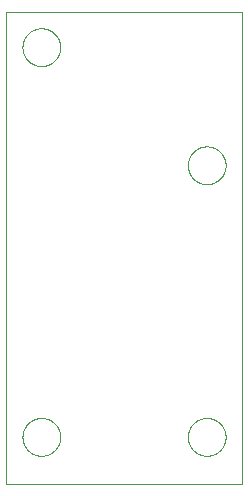
<source format=gtp>
G75*
%MOIN*%
%OFA0B0*%
%FSLAX25Y25*%
%IPPOS*%
%LPD*%
%AMOC8*
5,1,8,0,0,1.08239X$1,22.5*
%
%ADD10C,0.00000*%
D10*
X0001000Y0001000D02*
X0001000Y0158480D01*
X0079740Y0158480D01*
X0079740Y0001000D01*
X0001000Y0001000D01*
X0006512Y0016748D02*
X0006514Y0016906D01*
X0006520Y0017064D01*
X0006530Y0017222D01*
X0006544Y0017380D01*
X0006562Y0017537D01*
X0006583Y0017694D01*
X0006609Y0017850D01*
X0006639Y0018006D01*
X0006672Y0018161D01*
X0006710Y0018314D01*
X0006751Y0018467D01*
X0006796Y0018619D01*
X0006845Y0018770D01*
X0006898Y0018919D01*
X0006954Y0019067D01*
X0007014Y0019213D01*
X0007078Y0019358D01*
X0007146Y0019501D01*
X0007217Y0019643D01*
X0007291Y0019783D01*
X0007369Y0019920D01*
X0007451Y0020056D01*
X0007535Y0020190D01*
X0007624Y0020321D01*
X0007715Y0020450D01*
X0007810Y0020577D01*
X0007907Y0020702D01*
X0008008Y0020824D01*
X0008112Y0020943D01*
X0008219Y0021060D01*
X0008329Y0021174D01*
X0008442Y0021285D01*
X0008557Y0021394D01*
X0008675Y0021499D01*
X0008796Y0021601D01*
X0008919Y0021701D01*
X0009045Y0021797D01*
X0009173Y0021890D01*
X0009303Y0021980D01*
X0009436Y0022066D01*
X0009571Y0022150D01*
X0009707Y0022229D01*
X0009846Y0022306D01*
X0009987Y0022378D01*
X0010129Y0022448D01*
X0010273Y0022513D01*
X0010419Y0022575D01*
X0010566Y0022633D01*
X0010715Y0022688D01*
X0010865Y0022739D01*
X0011016Y0022786D01*
X0011168Y0022829D01*
X0011321Y0022868D01*
X0011476Y0022904D01*
X0011631Y0022935D01*
X0011787Y0022963D01*
X0011943Y0022987D01*
X0012100Y0023007D01*
X0012258Y0023023D01*
X0012415Y0023035D01*
X0012574Y0023043D01*
X0012732Y0023047D01*
X0012890Y0023047D01*
X0013048Y0023043D01*
X0013207Y0023035D01*
X0013364Y0023023D01*
X0013522Y0023007D01*
X0013679Y0022987D01*
X0013835Y0022963D01*
X0013991Y0022935D01*
X0014146Y0022904D01*
X0014301Y0022868D01*
X0014454Y0022829D01*
X0014606Y0022786D01*
X0014757Y0022739D01*
X0014907Y0022688D01*
X0015056Y0022633D01*
X0015203Y0022575D01*
X0015349Y0022513D01*
X0015493Y0022448D01*
X0015635Y0022378D01*
X0015776Y0022306D01*
X0015915Y0022229D01*
X0016051Y0022150D01*
X0016186Y0022066D01*
X0016319Y0021980D01*
X0016449Y0021890D01*
X0016577Y0021797D01*
X0016703Y0021701D01*
X0016826Y0021601D01*
X0016947Y0021499D01*
X0017065Y0021394D01*
X0017180Y0021285D01*
X0017293Y0021174D01*
X0017403Y0021060D01*
X0017510Y0020943D01*
X0017614Y0020824D01*
X0017715Y0020702D01*
X0017812Y0020577D01*
X0017907Y0020450D01*
X0017998Y0020321D01*
X0018087Y0020190D01*
X0018171Y0020056D01*
X0018253Y0019920D01*
X0018331Y0019783D01*
X0018405Y0019643D01*
X0018476Y0019501D01*
X0018544Y0019358D01*
X0018608Y0019213D01*
X0018668Y0019067D01*
X0018724Y0018919D01*
X0018777Y0018770D01*
X0018826Y0018619D01*
X0018871Y0018467D01*
X0018912Y0018314D01*
X0018950Y0018161D01*
X0018983Y0018006D01*
X0019013Y0017850D01*
X0019039Y0017694D01*
X0019060Y0017537D01*
X0019078Y0017380D01*
X0019092Y0017222D01*
X0019102Y0017064D01*
X0019108Y0016906D01*
X0019110Y0016748D01*
X0019108Y0016590D01*
X0019102Y0016432D01*
X0019092Y0016274D01*
X0019078Y0016116D01*
X0019060Y0015959D01*
X0019039Y0015802D01*
X0019013Y0015646D01*
X0018983Y0015490D01*
X0018950Y0015335D01*
X0018912Y0015182D01*
X0018871Y0015029D01*
X0018826Y0014877D01*
X0018777Y0014726D01*
X0018724Y0014577D01*
X0018668Y0014429D01*
X0018608Y0014283D01*
X0018544Y0014138D01*
X0018476Y0013995D01*
X0018405Y0013853D01*
X0018331Y0013713D01*
X0018253Y0013576D01*
X0018171Y0013440D01*
X0018087Y0013306D01*
X0017998Y0013175D01*
X0017907Y0013046D01*
X0017812Y0012919D01*
X0017715Y0012794D01*
X0017614Y0012672D01*
X0017510Y0012553D01*
X0017403Y0012436D01*
X0017293Y0012322D01*
X0017180Y0012211D01*
X0017065Y0012102D01*
X0016947Y0011997D01*
X0016826Y0011895D01*
X0016703Y0011795D01*
X0016577Y0011699D01*
X0016449Y0011606D01*
X0016319Y0011516D01*
X0016186Y0011430D01*
X0016051Y0011346D01*
X0015915Y0011267D01*
X0015776Y0011190D01*
X0015635Y0011118D01*
X0015493Y0011048D01*
X0015349Y0010983D01*
X0015203Y0010921D01*
X0015056Y0010863D01*
X0014907Y0010808D01*
X0014757Y0010757D01*
X0014606Y0010710D01*
X0014454Y0010667D01*
X0014301Y0010628D01*
X0014146Y0010592D01*
X0013991Y0010561D01*
X0013835Y0010533D01*
X0013679Y0010509D01*
X0013522Y0010489D01*
X0013364Y0010473D01*
X0013207Y0010461D01*
X0013048Y0010453D01*
X0012890Y0010449D01*
X0012732Y0010449D01*
X0012574Y0010453D01*
X0012415Y0010461D01*
X0012258Y0010473D01*
X0012100Y0010489D01*
X0011943Y0010509D01*
X0011787Y0010533D01*
X0011631Y0010561D01*
X0011476Y0010592D01*
X0011321Y0010628D01*
X0011168Y0010667D01*
X0011016Y0010710D01*
X0010865Y0010757D01*
X0010715Y0010808D01*
X0010566Y0010863D01*
X0010419Y0010921D01*
X0010273Y0010983D01*
X0010129Y0011048D01*
X0009987Y0011118D01*
X0009846Y0011190D01*
X0009707Y0011267D01*
X0009571Y0011346D01*
X0009436Y0011430D01*
X0009303Y0011516D01*
X0009173Y0011606D01*
X0009045Y0011699D01*
X0008919Y0011795D01*
X0008796Y0011895D01*
X0008675Y0011997D01*
X0008557Y0012102D01*
X0008442Y0012211D01*
X0008329Y0012322D01*
X0008219Y0012436D01*
X0008112Y0012553D01*
X0008008Y0012672D01*
X0007907Y0012794D01*
X0007810Y0012919D01*
X0007715Y0013046D01*
X0007624Y0013175D01*
X0007535Y0013306D01*
X0007451Y0013440D01*
X0007369Y0013576D01*
X0007291Y0013713D01*
X0007217Y0013853D01*
X0007146Y0013995D01*
X0007078Y0014138D01*
X0007014Y0014283D01*
X0006954Y0014429D01*
X0006898Y0014577D01*
X0006845Y0014726D01*
X0006796Y0014877D01*
X0006751Y0015029D01*
X0006710Y0015182D01*
X0006672Y0015335D01*
X0006639Y0015490D01*
X0006609Y0015646D01*
X0006583Y0015802D01*
X0006562Y0015959D01*
X0006544Y0016116D01*
X0006530Y0016274D01*
X0006520Y0016432D01*
X0006514Y0016590D01*
X0006512Y0016748D01*
X0061630Y0016748D02*
X0061632Y0016906D01*
X0061638Y0017064D01*
X0061648Y0017222D01*
X0061662Y0017380D01*
X0061680Y0017537D01*
X0061701Y0017694D01*
X0061727Y0017850D01*
X0061757Y0018006D01*
X0061790Y0018161D01*
X0061828Y0018314D01*
X0061869Y0018467D01*
X0061914Y0018619D01*
X0061963Y0018770D01*
X0062016Y0018919D01*
X0062072Y0019067D01*
X0062132Y0019213D01*
X0062196Y0019358D01*
X0062264Y0019501D01*
X0062335Y0019643D01*
X0062409Y0019783D01*
X0062487Y0019920D01*
X0062569Y0020056D01*
X0062653Y0020190D01*
X0062742Y0020321D01*
X0062833Y0020450D01*
X0062928Y0020577D01*
X0063025Y0020702D01*
X0063126Y0020824D01*
X0063230Y0020943D01*
X0063337Y0021060D01*
X0063447Y0021174D01*
X0063560Y0021285D01*
X0063675Y0021394D01*
X0063793Y0021499D01*
X0063914Y0021601D01*
X0064037Y0021701D01*
X0064163Y0021797D01*
X0064291Y0021890D01*
X0064421Y0021980D01*
X0064554Y0022066D01*
X0064689Y0022150D01*
X0064825Y0022229D01*
X0064964Y0022306D01*
X0065105Y0022378D01*
X0065247Y0022448D01*
X0065391Y0022513D01*
X0065537Y0022575D01*
X0065684Y0022633D01*
X0065833Y0022688D01*
X0065983Y0022739D01*
X0066134Y0022786D01*
X0066286Y0022829D01*
X0066439Y0022868D01*
X0066594Y0022904D01*
X0066749Y0022935D01*
X0066905Y0022963D01*
X0067061Y0022987D01*
X0067218Y0023007D01*
X0067376Y0023023D01*
X0067533Y0023035D01*
X0067692Y0023043D01*
X0067850Y0023047D01*
X0068008Y0023047D01*
X0068166Y0023043D01*
X0068325Y0023035D01*
X0068482Y0023023D01*
X0068640Y0023007D01*
X0068797Y0022987D01*
X0068953Y0022963D01*
X0069109Y0022935D01*
X0069264Y0022904D01*
X0069419Y0022868D01*
X0069572Y0022829D01*
X0069724Y0022786D01*
X0069875Y0022739D01*
X0070025Y0022688D01*
X0070174Y0022633D01*
X0070321Y0022575D01*
X0070467Y0022513D01*
X0070611Y0022448D01*
X0070753Y0022378D01*
X0070894Y0022306D01*
X0071033Y0022229D01*
X0071169Y0022150D01*
X0071304Y0022066D01*
X0071437Y0021980D01*
X0071567Y0021890D01*
X0071695Y0021797D01*
X0071821Y0021701D01*
X0071944Y0021601D01*
X0072065Y0021499D01*
X0072183Y0021394D01*
X0072298Y0021285D01*
X0072411Y0021174D01*
X0072521Y0021060D01*
X0072628Y0020943D01*
X0072732Y0020824D01*
X0072833Y0020702D01*
X0072930Y0020577D01*
X0073025Y0020450D01*
X0073116Y0020321D01*
X0073205Y0020190D01*
X0073289Y0020056D01*
X0073371Y0019920D01*
X0073449Y0019783D01*
X0073523Y0019643D01*
X0073594Y0019501D01*
X0073662Y0019358D01*
X0073726Y0019213D01*
X0073786Y0019067D01*
X0073842Y0018919D01*
X0073895Y0018770D01*
X0073944Y0018619D01*
X0073989Y0018467D01*
X0074030Y0018314D01*
X0074068Y0018161D01*
X0074101Y0018006D01*
X0074131Y0017850D01*
X0074157Y0017694D01*
X0074178Y0017537D01*
X0074196Y0017380D01*
X0074210Y0017222D01*
X0074220Y0017064D01*
X0074226Y0016906D01*
X0074228Y0016748D01*
X0074226Y0016590D01*
X0074220Y0016432D01*
X0074210Y0016274D01*
X0074196Y0016116D01*
X0074178Y0015959D01*
X0074157Y0015802D01*
X0074131Y0015646D01*
X0074101Y0015490D01*
X0074068Y0015335D01*
X0074030Y0015182D01*
X0073989Y0015029D01*
X0073944Y0014877D01*
X0073895Y0014726D01*
X0073842Y0014577D01*
X0073786Y0014429D01*
X0073726Y0014283D01*
X0073662Y0014138D01*
X0073594Y0013995D01*
X0073523Y0013853D01*
X0073449Y0013713D01*
X0073371Y0013576D01*
X0073289Y0013440D01*
X0073205Y0013306D01*
X0073116Y0013175D01*
X0073025Y0013046D01*
X0072930Y0012919D01*
X0072833Y0012794D01*
X0072732Y0012672D01*
X0072628Y0012553D01*
X0072521Y0012436D01*
X0072411Y0012322D01*
X0072298Y0012211D01*
X0072183Y0012102D01*
X0072065Y0011997D01*
X0071944Y0011895D01*
X0071821Y0011795D01*
X0071695Y0011699D01*
X0071567Y0011606D01*
X0071437Y0011516D01*
X0071304Y0011430D01*
X0071169Y0011346D01*
X0071033Y0011267D01*
X0070894Y0011190D01*
X0070753Y0011118D01*
X0070611Y0011048D01*
X0070467Y0010983D01*
X0070321Y0010921D01*
X0070174Y0010863D01*
X0070025Y0010808D01*
X0069875Y0010757D01*
X0069724Y0010710D01*
X0069572Y0010667D01*
X0069419Y0010628D01*
X0069264Y0010592D01*
X0069109Y0010561D01*
X0068953Y0010533D01*
X0068797Y0010509D01*
X0068640Y0010489D01*
X0068482Y0010473D01*
X0068325Y0010461D01*
X0068166Y0010453D01*
X0068008Y0010449D01*
X0067850Y0010449D01*
X0067692Y0010453D01*
X0067533Y0010461D01*
X0067376Y0010473D01*
X0067218Y0010489D01*
X0067061Y0010509D01*
X0066905Y0010533D01*
X0066749Y0010561D01*
X0066594Y0010592D01*
X0066439Y0010628D01*
X0066286Y0010667D01*
X0066134Y0010710D01*
X0065983Y0010757D01*
X0065833Y0010808D01*
X0065684Y0010863D01*
X0065537Y0010921D01*
X0065391Y0010983D01*
X0065247Y0011048D01*
X0065105Y0011118D01*
X0064964Y0011190D01*
X0064825Y0011267D01*
X0064689Y0011346D01*
X0064554Y0011430D01*
X0064421Y0011516D01*
X0064291Y0011606D01*
X0064163Y0011699D01*
X0064037Y0011795D01*
X0063914Y0011895D01*
X0063793Y0011997D01*
X0063675Y0012102D01*
X0063560Y0012211D01*
X0063447Y0012322D01*
X0063337Y0012436D01*
X0063230Y0012553D01*
X0063126Y0012672D01*
X0063025Y0012794D01*
X0062928Y0012919D01*
X0062833Y0013046D01*
X0062742Y0013175D01*
X0062653Y0013306D01*
X0062569Y0013440D01*
X0062487Y0013576D01*
X0062409Y0013713D01*
X0062335Y0013853D01*
X0062264Y0013995D01*
X0062196Y0014138D01*
X0062132Y0014283D01*
X0062072Y0014429D01*
X0062016Y0014577D01*
X0061963Y0014726D01*
X0061914Y0014877D01*
X0061869Y0015029D01*
X0061828Y0015182D01*
X0061790Y0015335D01*
X0061757Y0015490D01*
X0061727Y0015646D01*
X0061701Y0015802D01*
X0061680Y0015959D01*
X0061662Y0016116D01*
X0061648Y0016274D01*
X0061638Y0016432D01*
X0061632Y0016590D01*
X0061630Y0016748D01*
X0061630Y0107299D02*
X0061632Y0107457D01*
X0061638Y0107615D01*
X0061648Y0107773D01*
X0061662Y0107931D01*
X0061680Y0108088D01*
X0061701Y0108245D01*
X0061727Y0108401D01*
X0061757Y0108557D01*
X0061790Y0108712D01*
X0061828Y0108865D01*
X0061869Y0109018D01*
X0061914Y0109170D01*
X0061963Y0109321D01*
X0062016Y0109470D01*
X0062072Y0109618D01*
X0062132Y0109764D01*
X0062196Y0109909D01*
X0062264Y0110052D01*
X0062335Y0110194D01*
X0062409Y0110334D01*
X0062487Y0110471D01*
X0062569Y0110607D01*
X0062653Y0110741D01*
X0062742Y0110872D01*
X0062833Y0111001D01*
X0062928Y0111128D01*
X0063025Y0111253D01*
X0063126Y0111375D01*
X0063230Y0111494D01*
X0063337Y0111611D01*
X0063447Y0111725D01*
X0063560Y0111836D01*
X0063675Y0111945D01*
X0063793Y0112050D01*
X0063914Y0112152D01*
X0064037Y0112252D01*
X0064163Y0112348D01*
X0064291Y0112441D01*
X0064421Y0112531D01*
X0064554Y0112617D01*
X0064689Y0112701D01*
X0064825Y0112780D01*
X0064964Y0112857D01*
X0065105Y0112929D01*
X0065247Y0112999D01*
X0065391Y0113064D01*
X0065537Y0113126D01*
X0065684Y0113184D01*
X0065833Y0113239D01*
X0065983Y0113290D01*
X0066134Y0113337D01*
X0066286Y0113380D01*
X0066439Y0113419D01*
X0066594Y0113455D01*
X0066749Y0113486D01*
X0066905Y0113514D01*
X0067061Y0113538D01*
X0067218Y0113558D01*
X0067376Y0113574D01*
X0067533Y0113586D01*
X0067692Y0113594D01*
X0067850Y0113598D01*
X0068008Y0113598D01*
X0068166Y0113594D01*
X0068325Y0113586D01*
X0068482Y0113574D01*
X0068640Y0113558D01*
X0068797Y0113538D01*
X0068953Y0113514D01*
X0069109Y0113486D01*
X0069264Y0113455D01*
X0069419Y0113419D01*
X0069572Y0113380D01*
X0069724Y0113337D01*
X0069875Y0113290D01*
X0070025Y0113239D01*
X0070174Y0113184D01*
X0070321Y0113126D01*
X0070467Y0113064D01*
X0070611Y0112999D01*
X0070753Y0112929D01*
X0070894Y0112857D01*
X0071033Y0112780D01*
X0071169Y0112701D01*
X0071304Y0112617D01*
X0071437Y0112531D01*
X0071567Y0112441D01*
X0071695Y0112348D01*
X0071821Y0112252D01*
X0071944Y0112152D01*
X0072065Y0112050D01*
X0072183Y0111945D01*
X0072298Y0111836D01*
X0072411Y0111725D01*
X0072521Y0111611D01*
X0072628Y0111494D01*
X0072732Y0111375D01*
X0072833Y0111253D01*
X0072930Y0111128D01*
X0073025Y0111001D01*
X0073116Y0110872D01*
X0073205Y0110741D01*
X0073289Y0110607D01*
X0073371Y0110471D01*
X0073449Y0110334D01*
X0073523Y0110194D01*
X0073594Y0110052D01*
X0073662Y0109909D01*
X0073726Y0109764D01*
X0073786Y0109618D01*
X0073842Y0109470D01*
X0073895Y0109321D01*
X0073944Y0109170D01*
X0073989Y0109018D01*
X0074030Y0108865D01*
X0074068Y0108712D01*
X0074101Y0108557D01*
X0074131Y0108401D01*
X0074157Y0108245D01*
X0074178Y0108088D01*
X0074196Y0107931D01*
X0074210Y0107773D01*
X0074220Y0107615D01*
X0074226Y0107457D01*
X0074228Y0107299D01*
X0074226Y0107141D01*
X0074220Y0106983D01*
X0074210Y0106825D01*
X0074196Y0106667D01*
X0074178Y0106510D01*
X0074157Y0106353D01*
X0074131Y0106197D01*
X0074101Y0106041D01*
X0074068Y0105886D01*
X0074030Y0105733D01*
X0073989Y0105580D01*
X0073944Y0105428D01*
X0073895Y0105277D01*
X0073842Y0105128D01*
X0073786Y0104980D01*
X0073726Y0104834D01*
X0073662Y0104689D01*
X0073594Y0104546D01*
X0073523Y0104404D01*
X0073449Y0104264D01*
X0073371Y0104127D01*
X0073289Y0103991D01*
X0073205Y0103857D01*
X0073116Y0103726D01*
X0073025Y0103597D01*
X0072930Y0103470D01*
X0072833Y0103345D01*
X0072732Y0103223D01*
X0072628Y0103104D01*
X0072521Y0102987D01*
X0072411Y0102873D01*
X0072298Y0102762D01*
X0072183Y0102653D01*
X0072065Y0102548D01*
X0071944Y0102446D01*
X0071821Y0102346D01*
X0071695Y0102250D01*
X0071567Y0102157D01*
X0071437Y0102067D01*
X0071304Y0101981D01*
X0071169Y0101897D01*
X0071033Y0101818D01*
X0070894Y0101741D01*
X0070753Y0101669D01*
X0070611Y0101599D01*
X0070467Y0101534D01*
X0070321Y0101472D01*
X0070174Y0101414D01*
X0070025Y0101359D01*
X0069875Y0101308D01*
X0069724Y0101261D01*
X0069572Y0101218D01*
X0069419Y0101179D01*
X0069264Y0101143D01*
X0069109Y0101112D01*
X0068953Y0101084D01*
X0068797Y0101060D01*
X0068640Y0101040D01*
X0068482Y0101024D01*
X0068325Y0101012D01*
X0068166Y0101004D01*
X0068008Y0101000D01*
X0067850Y0101000D01*
X0067692Y0101004D01*
X0067533Y0101012D01*
X0067376Y0101024D01*
X0067218Y0101040D01*
X0067061Y0101060D01*
X0066905Y0101084D01*
X0066749Y0101112D01*
X0066594Y0101143D01*
X0066439Y0101179D01*
X0066286Y0101218D01*
X0066134Y0101261D01*
X0065983Y0101308D01*
X0065833Y0101359D01*
X0065684Y0101414D01*
X0065537Y0101472D01*
X0065391Y0101534D01*
X0065247Y0101599D01*
X0065105Y0101669D01*
X0064964Y0101741D01*
X0064825Y0101818D01*
X0064689Y0101897D01*
X0064554Y0101981D01*
X0064421Y0102067D01*
X0064291Y0102157D01*
X0064163Y0102250D01*
X0064037Y0102346D01*
X0063914Y0102446D01*
X0063793Y0102548D01*
X0063675Y0102653D01*
X0063560Y0102762D01*
X0063447Y0102873D01*
X0063337Y0102987D01*
X0063230Y0103104D01*
X0063126Y0103223D01*
X0063025Y0103345D01*
X0062928Y0103470D01*
X0062833Y0103597D01*
X0062742Y0103726D01*
X0062653Y0103857D01*
X0062569Y0103991D01*
X0062487Y0104127D01*
X0062409Y0104264D01*
X0062335Y0104404D01*
X0062264Y0104546D01*
X0062196Y0104689D01*
X0062132Y0104834D01*
X0062072Y0104980D01*
X0062016Y0105128D01*
X0061963Y0105277D01*
X0061914Y0105428D01*
X0061869Y0105580D01*
X0061828Y0105733D01*
X0061790Y0105886D01*
X0061757Y0106041D01*
X0061727Y0106197D01*
X0061701Y0106353D01*
X0061680Y0106510D01*
X0061662Y0106667D01*
X0061648Y0106825D01*
X0061638Y0106983D01*
X0061632Y0107141D01*
X0061630Y0107299D01*
X0006512Y0146669D02*
X0006514Y0146827D01*
X0006520Y0146985D01*
X0006530Y0147143D01*
X0006544Y0147301D01*
X0006562Y0147458D01*
X0006583Y0147615D01*
X0006609Y0147771D01*
X0006639Y0147927D01*
X0006672Y0148082D01*
X0006710Y0148235D01*
X0006751Y0148388D01*
X0006796Y0148540D01*
X0006845Y0148691D01*
X0006898Y0148840D01*
X0006954Y0148988D01*
X0007014Y0149134D01*
X0007078Y0149279D01*
X0007146Y0149422D01*
X0007217Y0149564D01*
X0007291Y0149704D01*
X0007369Y0149841D01*
X0007451Y0149977D01*
X0007535Y0150111D01*
X0007624Y0150242D01*
X0007715Y0150371D01*
X0007810Y0150498D01*
X0007907Y0150623D01*
X0008008Y0150745D01*
X0008112Y0150864D01*
X0008219Y0150981D01*
X0008329Y0151095D01*
X0008442Y0151206D01*
X0008557Y0151315D01*
X0008675Y0151420D01*
X0008796Y0151522D01*
X0008919Y0151622D01*
X0009045Y0151718D01*
X0009173Y0151811D01*
X0009303Y0151901D01*
X0009436Y0151987D01*
X0009571Y0152071D01*
X0009707Y0152150D01*
X0009846Y0152227D01*
X0009987Y0152299D01*
X0010129Y0152369D01*
X0010273Y0152434D01*
X0010419Y0152496D01*
X0010566Y0152554D01*
X0010715Y0152609D01*
X0010865Y0152660D01*
X0011016Y0152707D01*
X0011168Y0152750D01*
X0011321Y0152789D01*
X0011476Y0152825D01*
X0011631Y0152856D01*
X0011787Y0152884D01*
X0011943Y0152908D01*
X0012100Y0152928D01*
X0012258Y0152944D01*
X0012415Y0152956D01*
X0012574Y0152964D01*
X0012732Y0152968D01*
X0012890Y0152968D01*
X0013048Y0152964D01*
X0013207Y0152956D01*
X0013364Y0152944D01*
X0013522Y0152928D01*
X0013679Y0152908D01*
X0013835Y0152884D01*
X0013991Y0152856D01*
X0014146Y0152825D01*
X0014301Y0152789D01*
X0014454Y0152750D01*
X0014606Y0152707D01*
X0014757Y0152660D01*
X0014907Y0152609D01*
X0015056Y0152554D01*
X0015203Y0152496D01*
X0015349Y0152434D01*
X0015493Y0152369D01*
X0015635Y0152299D01*
X0015776Y0152227D01*
X0015915Y0152150D01*
X0016051Y0152071D01*
X0016186Y0151987D01*
X0016319Y0151901D01*
X0016449Y0151811D01*
X0016577Y0151718D01*
X0016703Y0151622D01*
X0016826Y0151522D01*
X0016947Y0151420D01*
X0017065Y0151315D01*
X0017180Y0151206D01*
X0017293Y0151095D01*
X0017403Y0150981D01*
X0017510Y0150864D01*
X0017614Y0150745D01*
X0017715Y0150623D01*
X0017812Y0150498D01*
X0017907Y0150371D01*
X0017998Y0150242D01*
X0018087Y0150111D01*
X0018171Y0149977D01*
X0018253Y0149841D01*
X0018331Y0149704D01*
X0018405Y0149564D01*
X0018476Y0149422D01*
X0018544Y0149279D01*
X0018608Y0149134D01*
X0018668Y0148988D01*
X0018724Y0148840D01*
X0018777Y0148691D01*
X0018826Y0148540D01*
X0018871Y0148388D01*
X0018912Y0148235D01*
X0018950Y0148082D01*
X0018983Y0147927D01*
X0019013Y0147771D01*
X0019039Y0147615D01*
X0019060Y0147458D01*
X0019078Y0147301D01*
X0019092Y0147143D01*
X0019102Y0146985D01*
X0019108Y0146827D01*
X0019110Y0146669D01*
X0019108Y0146511D01*
X0019102Y0146353D01*
X0019092Y0146195D01*
X0019078Y0146037D01*
X0019060Y0145880D01*
X0019039Y0145723D01*
X0019013Y0145567D01*
X0018983Y0145411D01*
X0018950Y0145256D01*
X0018912Y0145103D01*
X0018871Y0144950D01*
X0018826Y0144798D01*
X0018777Y0144647D01*
X0018724Y0144498D01*
X0018668Y0144350D01*
X0018608Y0144204D01*
X0018544Y0144059D01*
X0018476Y0143916D01*
X0018405Y0143774D01*
X0018331Y0143634D01*
X0018253Y0143497D01*
X0018171Y0143361D01*
X0018087Y0143227D01*
X0017998Y0143096D01*
X0017907Y0142967D01*
X0017812Y0142840D01*
X0017715Y0142715D01*
X0017614Y0142593D01*
X0017510Y0142474D01*
X0017403Y0142357D01*
X0017293Y0142243D01*
X0017180Y0142132D01*
X0017065Y0142023D01*
X0016947Y0141918D01*
X0016826Y0141816D01*
X0016703Y0141716D01*
X0016577Y0141620D01*
X0016449Y0141527D01*
X0016319Y0141437D01*
X0016186Y0141351D01*
X0016051Y0141267D01*
X0015915Y0141188D01*
X0015776Y0141111D01*
X0015635Y0141039D01*
X0015493Y0140969D01*
X0015349Y0140904D01*
X0015203Y0140842D01*
X0015056Y0140784D01*
X0014907Y0140729D01*
X0014757Y0140678D01*
X0014606Y0140631D01*
X0014454Y0140588D01*
X0014301Y0140549D01*
X0014146Y0140513D01*
X0013991Y0140482D01*
X0013835Y0140454D01*
X0013679Y0140430D01*
X0013522Y0140410D01*
X0013364Y0140394D01*
X0013207Y0140382D01*
X0013048Y0140374D01*
X0012890Y0140370D01*
X0012732Y0140370D01*
X0012574Y0140374D01*
X0012415Y0140382D01*
X0012258Y0140394D01*
X0012100Y0140410D01*
X0011943Y0140430D01*
X0011787Y0140454D01*
X0011631Y0140482D01*
X0011476Y0140513D01*
X0011321Y0140549D01*
X0011168Y0140588D01*
X0011016Y0140631D01*
X0010865Y0140678D01*
X0010715Y0140729D01*
X0010566Y0140784D01*
X0010419Y0140842D01*
X0010273Y0140904D01*
X0010129Y0140969D01*
X0009987Y0141039D01*
X0009846Y0141111D01*
X0009707Y0141188D01*
X0009571Y0141267D01*
X0009436Y0141351D01*
X0009303Y0141437D01*
X0009173Y0141527D01*
X0009045Y0141620D01*
X0008919Y0141716D01*
X0008796Y0141816D01*
X0008675Y0141918D01*
X0008557Y0142023D01*
X0008442Y0142132D01*
X0008329Y0142243D01*
X0008219Y0142357D01*
X0008112Y0142474D01*
X0008008Y0142593D01*
X0007907Y0142715D01*
X0007810Y0142840D01*
X0007715Y0142967D01*
X0007624Y0143096D01*
X0007535Y0143227D01*
X0007451Y0143361D01*
X0007369Y0143497D01*
X0007291Y0143634D01*
X0007217Y0143774D01*
X0007146Y0143916D01*
X0007078Y0144059D01*
X0007014Y0144204D01*
X0006954Y0144350D01*
X0006898Y0144498D01*
X0006845Y0144647D01*
X0006796Y0144798D01*
X0006751Y0144950D01*
X0006710Y0145103D01*
X0006672Y0145256D01*
X0006639Y0145411D01*
X0006609Y0145567D01*
X0006583Y0145723D01*
X0006562Y0145880D01*
X0006544Y0146037D01*
X0006530Y0146195D01*
X0006520Y0146353D01*
X0006514Y0146511D01*
X0006512Y0146669D01*
M02*

</source>
